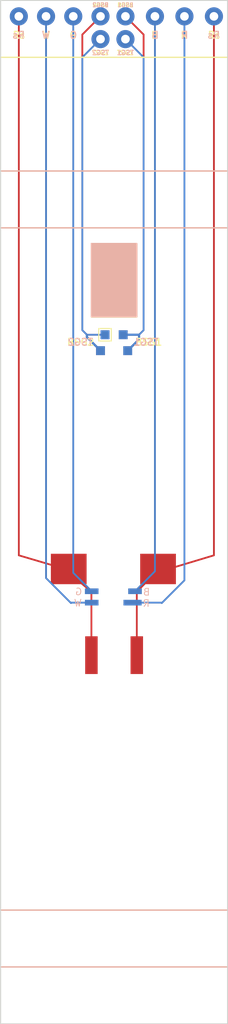
<source format=kicad_pcb>
(kicad_pcb (version 20240108) (generator "pcbnew") (generator_version "8.0")
  (layers (0 "F.Cu" signal) (31 "B.Cu" signal) (34 "B.Paste" user) (35 "F.Paste" user) (36 "B.SilkS" user "B.Silkscreen") (37 "F.SilkS" user "F.Silkscreen") (38 "B.Mask" user) (39 "F.Mask" user) (44 "Edge.Cuts" user))
  (net 0 "")
  (footprint "" (layer "F.Cu") (at 133.096 52.578)
    (property "Reference" "TSG2" (hide yes))
    (property "Value" "" (at 0 0 0) (layer "F.SilkS") (effects (font (size 1.27 1.27))))
    (pad "1" thru_hole circle (at 0 -12.7) (size 2.032 2.032) (drill 0.9652) (layers "*.Cu" "*.Mask"))
  )
  (footprint "" (layer "F.Cu") (at 145.796 39.878)
    (property "Reference" "" (at 0 0 0) (layer "F.SilkS") (effects (font (size 1.27 1.27))))
    (property "Value" "" (at 0 0 0) (layer "F.SilkS") (effects (font (size 1.27 1.27))))
    (pad "1" thru_hole circle (at 0 0) (size 2.032 2.032) (drill 0.9652) (layers "*.Cu" "*.Mask"))
  )
  (footprint "" (layer "F.Cu") (at 130.048 39.878)
    (property "Reference" "" (at 0 0 0) (layer "F.SilkS") (effects (font (size 1.27 1.27))))
    (property "Value" "" (at 0 0 0) (layer "F.SilkS") (effects (font (size 1.27 1.27))))
    (pad "1" thru_hole circle (at 0 0) (size 2.032 2.032) (drill 0.9652) (layers "*.Cu" "*.Mask"))
  )
  (footprint "" (layer "F.Cu") (at 136.144 77.216)
    (property "Reference" "" (at 0 0 0) (layer "F.SilkS") (effects (font (size 1.27 1.27))))
    (property "Value" "" (at 0 0 0) (layer "F.SilkS") (effects (font (size 1.27 1.27))))
    (pad "1" smd rect (at 0 0 180) (size 1 1) (layers "B.Cu" "B.Mask"))
  )
  (footprint "" (layer "F.Cu") (at 135.89 52.578)
    (property "Reference" "TSG2" (at -2.794 -8.636 0) (layer "F.SilkS") (effects (font (size 0.508 0.508) (thickness 0.127))))
    (property "Value" "" (at 0 0 0) (layer "F.SilkS") (effects (font (size 1.27 1.27))))
    (pad "1" thru_hole circle (at 0 -12.7) (size 2.032 2.032) (drill 0.9652) (layers "*.Cu" "*.Mask"))
  )
  (footprint "" (layer "F.Cu") (at 139.192 39.878)
    (property "Reference" "" (at 0 0 0) (layer "F.SilkS") (effects (font (size 1.27 1.27))))
    (property "Value" "" (at 0 0 0) (layer "F.SilkS") (effects (font (size 1.27 1.27))))
    (pad "1" thru_hole circle (at 0 0) (size 2.032 2.032) (drill 0.9652) (layers "*.Cu" "*.Mask"))
  )
  (footprint "Library:AEC-Q200" (layer "F.Cu") (at 134.62 107.95)
    (property "Reference" "" (at -1.27 2.54 0) (layer "F.SilkS") (effects (font (thickness 0.1))))
    (property "Value" "AEC-Q200" (hide yes))
    (pad "1" smd rect (at -5.08 -6.35 180) (size 4 3.4) (layers "F.Cu" "F.Mask"))
    (pad "2" smd rect (at 4.92 -6.35 180) (size 4 3.4) (layers "F.Cu" "F.Mask"))
  )
  (footprint "" (layer "F.Cu") (at 142.494 39.878)
    (property "Reference" "" (at 0 0 0) (layer "F.SilkS") (effects (font (size 1.27 1.27))))
    (property "Value" "" (at 0 0 0) (layer "F.SilkS") (effects (font (size 1.27 1.27))))
    (pad "1" thru_hole circle (at 0 0) (size 2.032 2.032) (drill 0.9652) (layers "*.Cu" "*.Mask"))
  )
  (footprint "" (layer "F.Cu") (at 127 39.878)
    (property "Reference" "" (at 0 0 0) (layer "F.SilkS") (effects (font (size 1.27 1.27))))
    (property "Value" "" (at 0 0 0) (layer "F.SilkS") (effects (font (size 1.27 1.27))))
    (pad "1" thru_hole circle (at 0 0) (size 2.032 2.032) (drill 0.9652) (layers "*.Cu" "*.Mask"))
  )
  (footprint "" (layer "F.Cu") (at 133.096 77.216)
    (property "Reference" "" (at 0 0 0) (layer "F.SilkS") (effects (font (size 1.27 1.27))))
    (property "Value" "" (at 0 0 0) (layer "F.SilkS") (effects (font (size 1.27 1.27))))
    (pad "1" smd rect (at 0 0) (size 1 1) (layers "F.Cu" "F.Mask"))
  )
  (footprint "" (layer "F.Cu") (at 133.096 77.216)
    (property "Reference" "" (at 0 0 0) (layer "F.SilkS") (effects (font (size 1.27 1.27))))
    (property "Value" "" (at 0 0 0) (layer "F.SilkS") (effects (font (size 1.27 1.27))))
    (pad "1" smd rect (at 0 0 180) (size 1 1) (layers "B.Cu" "B.Mask"))
  )
  (footprint "" (layer "F.Cu") (at 135.636 75.438)
    (property "Reference" "" (at 0 0 0) (layer "F.SilkS") (effects (font (size 1.27 1.27))))
    (property "Value" "" (at 0 0 0) (layer "F.SilkS") (effects (font (size 1.27 1.27))))
    (pad "1" smd rect (at 0 0) (size 1 1) (layers "F.Cu" "F.Mask"))
  )
  (footprint "TestPoint:TestPoint_Pad_1.0x1.0mm" (layer "F.Cu") (at 133.604 75.438)
    (property "Reference" "" (at 0 -1.448 0) (layer "F.SilkS"))
    (property "Value" "TestPoint_Pad_1.0x1.0mm" (hide yes))
    (fp_line (start -0.7 -0.7) (end 0.7 -0.7) (stroke (width 0.12)) (layer "F.SilkS"))
    (fp_line (start -0.7 0.7) (end -0.7 -0.7) (stroke (width 0.12)) (layer "F.SilkS"))
    (fp_line (start 0.7 -0.7) (end 0.7 0.7) (stroke (width 0.12)) (layer "F.SilkS"))
    (fp_line (start 0.7 0.7) (end -0.7 0.7) (stroke (width 0.12)) (layer "F.SilkS"))
    (pad "1" smd rect (at 0 0) (size 1 1) (layers "F.Cu" "F.Mask"))
  )
  (footprint "" (layer "F.Cu") (at 136.144 77.216)
    (property "Reference" "" (at 0 0 0) (layer "F.SilkS") (effects (font (size 1.27 1.27))))
    (property "Value" "" (at 0 0 0) (layer "F.SilkS") (effects (font (size 1.27 1.27))))
    (pad "1" smd rect (at 0 0) (size 1 1) (layers "F.Cu" "F.Mask"))
  )
  (footprint "" (layer "F.Cu") (at 135.636 75.438)
    (property "Reference" "" (at 0 0 0) (layer "F.SilkS") (effects (font (size 1.27 1.27))))
    (property "Value" "" (at 0 0 0) (layer "F.SilkS") (effects (font (size 1.27 1.27))))
    (pad "1" smd rect (at 0 0 180) (size 1 1) (layers "B.Cu" "B.Mask"))
  )
  (footprint "" (layer "F.Cu") (at 135.89 55.118)
    (property "Reference" "TSG1" (at 0 -11.176 0) (layer "F.SilkS") (effects (font (size 0.508 0.508) (thickness 0.127))))
    (property "Value" "" (at 0 0 0) (layer "F.SilkS") (effects (font (size 1.27 1.27))))
    (pad "1" thru_hole circle (at 0 -12.7) (size 2.032 2.032) (drill 0.9652) (layers "*.Cu" "*.Mask"))
  )
  (footprint "Library:PWR263S-35" (layer "F.Cu") (at 135.89 112.268)
    (property "Reference" "" (hide yes))
    (property "Value" "PWR263S-35" (hide yes))
    (pad "1" smd rect (at -3.81 -1.0414) (size 1.397 4.2164) (layers "F.Cu" "F.Mask"))
    (pad "2" smd rect (at 1.27 -1.0414) (size 1.397 4.2164) (layers "F.Cu" "F.Mask"))
  )
  (footprint "" (layer "F.Cu") (at 123.952 39.878)
    (property "Reference" "" (at 0 0 0) (layer "F.SilkS") (effects (font (size 1.27 1.27))))
    (property "Value" "" (at 0 0 0) (layer "F.SilkS") (effects (font (size 1.27 1.27))))
    (pad "1" thru_hole circle (at 0 0) (size 2.032 2.032) (drill 0.9652) (layers "*.Cu" "*.Mask"))
  )
  (footprint "" (layer "F.Cu") (at 133.096 55.118)
    (property "Reference" "BSG2" (at 0 -16.51 0) (layer "F.SilkS") (effects (font (size 0.4572 0.4572) (thickness 0.1143))))
    (property "Value" "" (at 0 0 0) (layer "F.SilkS") (effects (font (size 1.27 1.27))))
    (pad "1" thru_hole circle (at 0 -12.7) (size 2.032 2.032) (drill 0.9652) (layers "*.Cu" "*.Mask"))
  )
  (footprint "Library:72-60k" (layer "B.Cu") (at 132.873329 109.1692 180)
    (property "Reference" "" (at 0 0.5 0) (layer "B.SilkS") (effects (font (thickness 0.1)) (justify mirror)))
    (property "Value" "72-60k" (hide yes))
    (fp_text user "B" (at -5.826302 4.547467 0) (layer "B.SilkS") (effects (font (size 0.762 0.762) (thickness 0.1)) (justify left bottom mirror)))
    (fp_text user "G" (at 1.771741 4.581539 0) (layer "B.SilkS") (effects (font (size 0.762 0.762) (thickness 0.1)) (justify left bottom mirror)))
    (fp_text user "W" (at 1.805812 3.320877 0) (layer "B.SilkS") (effects (font (size 0.762 0.762) (thickness 0.1)) (justify left bottom mirror)))
    (fp_text user "R" (at -5.79223 3.286805 0) (layer "B.SilkS") (effects (font (size 0.762 0.762) (thickness 0.1)) (justify left bottom mirror)))
    (pad "1" smd rect (at -3.81 3.81) (size 2.032 0.635) (layers "B.Cu" "B.Mask"))
    (pad "2" smd rect (at -4.088633 5.08) (size 1.524 0.635) (layers "B.Cu" "B.Mask"))
    (pad "3" smd rect (at 0.762 5.08) (size 1.524 0.635) (layers "B.Cu" "B.Mask"))
    (pad "4" smd rect (at 0.762 3.81) (size 1.524 0.635) (layers "B.Cu" "B.Mask"))
  )
  (footprint "" (layer "B.Cu") (at 133.604 75.438 180)
    (property "Reference" "" (at 0 0 0) (layer "B.SilkS") (effects (font (size 1.27 1.27)) (justify mirror)))
    (property "Value" "" (at 0 0 0) (layer "B.SilkS") (effects (font (size 1.27 1.27)) (justify mirror)))
    (pad "1" smd rect (at 0 0 180) (size 1 1) (layers "B.Cu" "B.Mask"))
  )
  (gr_line (start 132.08 110.998) (end 132.08 104.14) (stroke (width 0.2)) (layer "F.Cu"))
  (gr_line (start 128.27 101.346) (end 123.952 100.076) (stroke (width 0.2)) (layer "F.Cu"))
  (gr_line (start 137.16 104.14) (end 138.176 103.124) (stroke (width 0.2)) (layer "F.Cu"))
  (gr_line (start 123.952 100.076) (end 123.952 39.878) (stroke (width 0.2)) (layer "F.Cu"))
  (gr_line (start 137.16 109.474) (end 137.16 104.14) (stroke (width 0.2)) (layer "F.Cu"))
  (gr_line (start 132.08 104.14) (end 130.556 102.87) (stroke (width 0.2)) (layer "F.Cu"))
  (gr_line (start 145.796 39.878) (end 145.796 100.076) (stroke (width 0.2)) (layer "F.Cu"))
  (gr_line (start 145.796 100.076) (end 140.716 101.6) (stroke (width 0.2)) (layer "F.Cu"))
  (gr_line (start 121.92 139.7) (end 147.32 139.7) (stroke (width 0.15)) (layer "B.SilkS"))
  (gr_rect (start 132.08 65.2526) (end 137.16 73.4314) (stroke (width 0.15)) (fill solid) (layer "B.SilkS"))
  (gr_line (start 121.92 146.05) (end 147.32 146.05) (stroke (width 0.15)) (layer "B.SilkS"))
  (gr_line (start 121.92 63.5) (end 147.32 63.5) (stroke (width 0.15)) (layer "B.SilkS"))
  (gr_line (start 121.92 57.15) (end 147.32 57.15) (stroke (width 0.15)) (layer "B.SilkS"))
  (gr_line (start 121.92 63.5) (end 147.32 63.5) (stroke (width 0.15)) (layer "F.SilkS"))
  (gr_line (start 121.92 146.05) (end 147.32 146.05) (stroke (width 0.15)) (layer "F.SilkS"))
  (gr_line (start 121.92 44.45) (end 147.32 44.45) (stroke (width 0.15)) (layer "F.SilkS"))
  (gr_line (start 121.92 57.15) (end 147.32 57.15) (stroke (width 0.15)) (layer "F.SilkS"))
  (gr_rect (start 132.08 65.278) (end 137.16 73.4568) (stroke (width 0.15)) (fill solid) (layer "F.SilkS"))
  (gr_line (start 121.92 139.7) (end 147.32 139.7) (stroke (width 0.15)) (layer "F.SilkS"))
  (gr_rect (start 121.92 38.1) (end 147.32 152.4) (stroke (width 0.1)) (fill none) (layer "Edge.Cuts"))
  (gr_text "TSG2" (at 132.334 76.708 0) (layer "B.SilkS") (effects (font (size 0.762 0.762)) (justify left bottom mirror)))
  (gr_text "G" (at 130.556 42.418 0) (layer "B.SilkS") (effects (font (size 0.762 0.762)) (justify left bottom mirror)))
  (gr_text "W" (at 127.508 42.418 0) (layer "B.SilkS") (effects (font (size 0.762 0.762)) (justify left bottom mirror)))
  (gr_text "TSG1" (at 139.7 76.708 0) (layer "B.SilkS") (effects (font (size 0.762 0.762)) (justify left bottom mirror)))
  (gr_text "BSG2" (at 133.096 38.608 0) (layer "B.SilkS") (effects (font (size 0.4572 0.4572) (thickness 0.1143)) (justify mirror)))
  (gr_text "Rs" (at 124.714 42.418 0) (layer "B.SilkS") (effects (font (size 0.762 0.762)) (justify left bottom mirror)))
  (gr_text "TSG2" (at 133.096 43.942 0) (layer "B.SilkS") (effects (font (size 0.508 0.508) (thickness 0.127)) (justify mirror)))
  (gr_text "Rs" (at 146.558 42.418 0) (layer "B.SilkS") (effects (font (size 0.762 0.762)) (justify left bottom mirror)))
  (gr_text "TSG1" (at 135.89 43.942 0) (layer "B.SilkS") (effects (font (size 0.508 0.508) (thickness 0.127)) (justify mirror)))
  (gr_text "BSG1" (at 135.89 38.608 0) (layer "B.SilkS") (effects (font (size 0.4572 0.4572) (thickness 0.09144) (bold yes)) (justify mirror)))
  (gr_text "B" (at 139.7 42.418 0) (layer "B.SilkS") (effects (font (size 0.762 0.762)) (justify left bottom mirror)))
  (gr_text "R" (at 143.002 42.418 0) (layer "B.SilkS") (effects (font (size 0.762 0.762)) (justify left bottom mirror)))
  (gr_text "BSG2" (at 129.286 76.708 0) (layer "F.SilkS") (effects (font (size 0.762 0.762)) (justify left bottom)))
  (gr_text "Rs" (at 123.19 42.418 0) (layer "F.SilkS") (effects (font (size 0.762 0.762)) (justify left bottom)))
  (gr_text "BSG1" (at 135.89 38.608 0) (layer "F.SilkS") (effects (font (size 0.4572 0.4572) (thickness 0.1143))))
  (gr_text "R" (at 141.986 42.418 0) (layer "F.SilkS") (effects (font (size 0.762 0.762)) (justify left bottom)))
  (gr_text "Rs" (at 145.034 42.418 0) (layer "F.SilkS") (effects (font (size 0.762 0.762)) (justify left bottom)))
  (gr_text "G" (at 129.54 42.418 0) (layer "F.SilkS") (effects (font (size 0.762 0.762)) (justify left bottom)))
  (gr_text "B" (at 138.684 42.418 0) (layer "F.SilkS") (effects (font (size 0.762 0.762)) (justify left bottom)))
  (gr_text "BSG1" (at 136.906 76.708 0) (layer "F.SilkS") (effects (font (size 0.762 0.762)) (justify left bottom)))
  (gr_text "W" (at 126.492 42.418 0) (layer "F.SilkS") (effects (font (size 0.762 0.762)) (justify left bottom)))
  (segment (start 133.096 39.878) (end 133.096 40.64) (width 0) (layer "F.Cu") (net 0))
  (segment (start 131.064 41.91) (end 131.064 74.93) (width 0.2032) (layer "F.Cu") (net 0))
  (segment (start 137.414 75.438) (end 135.636 75.438) (width 0.2032) (layer "F.Cu") (net 0))
  (segment (start 131.572 75.438) (end 133.604 75.438) (width 0.2032) (layer "F.Cu") (net 0))
  (segment (start 137.922 74.93) (end 137.414 75.438) (width 0.2032) (layer "F.Cu") (net 0))
  (segment (start 135.89 39.878) (end 137.922 41.91) (width 0.2032) (layer "F.Cu") (net 0))
  (segment (start 137.414 75.946) (end 137.414 75.438) (width 0.25) (layer "F.Cu") (net 0))
  (segment (start 131.572 75.692) (end 131.572 75.438) (width 0.25) (layer "F.Cu") (net 0))
  (segment (start 137.922 41.91) (end 137.922 74.93) (width 0.2032) (layer "F.Cu") (net 0))
  (segment (start 136.144 77.216) (end 137.414 75.946) (width 0.25) (layer "F.Cu") (net 0))
  (segment (start 133.096 39.878) (end 131.064 41.91) (width 0.2032) (layer "F.Cu") (net 0))
  (segment (start 133.096 77.216) (end 131.572 75.692) (width 0.25) (layer "F.Cu") (net 0))
  (segment (start 131.064 74.93) (end 131.572 75.438) (width 0.2032) (layer "F.Cu") (net 0))
  (segment (start 131.064 74.93) (end 131.572 75.438) (width 0.2032) (layer "B.Cu") (net 0))
  (segment (start 129.8448 105.3592) (end 132.111329 105.3592) (width 0.2032) (layer "B.Cu") (net 0))
  (segment (start 131.064 44.45) (end 131.064 74.93) (width 0.2032) (layer "B.Cu") (net 0))
  (segment (start 142.494 102.87) (end 139.954 105.41) (width 0.2032) (layer "B.Cu") (net 0))
  (segment (start 137.922 74.93) (end 137.414 75.438) (width 0.2032) (layer "B.Cu") (net 0))
  (segment (start 127 39.878) (end 127 102.616) (width 0.2032) (layer "B.Cu") (net 0))
  (segment (start 136.144 77.216) (end 137.414 75.946) (width 0.25) (layer "B.Cu") (net 0))
  (segment (start 133.096 42.418) (end 131.064 44.45) (width 0.2032) (layer "B.Cu") (net 0))
  (segment (start 142.494 39.878) (end 142.494 102.87) (width 0.2032) (layer "B.Cu") (net 0))
  (segment (start 135.636 75.438) (end 137.414 75.438) (width 0.25) (layer "B.Cu") (net 0))
  (segment (start 139.9032 105.3592) (end 136.683329 105.3592) (width 0.2032) (layer "B.Cu") (net 0))
  (segment (start 137.922 44.45) (end 137.922 74.93) (width 0.2032) (layer "B.Cu") (net 0))
  (segment (start 139.192 101.859162) (end 136.961962 104.0892) (width 0.2032) (layer "B.Cu") (net 0))
  (segment (start 131.572 75.692) (end 131.572 75.438) (width 0.25) (layer "B.Cu") (net 0))
  (segment (start 130.048 39.878) (end 130.048 102.025871) (width 0.2032) (layer "B.Cu") (net 0))
  (segment (start 129.794 105.41) (end 129.8448 105.3592) (width 0) (layer "B.Cu") (net 0))
  (segment (start 139.192 39.878) (end 139.192 101.859162) (width 0.2032) (layer "B.Cu") (net 0))
  (segment (start 135.89 42.418) (end 137.922 44.45) (width 0.2032) (layer "B.Cu") (net 0))
  (segment (start 130.048 102.025871) (end 132.111329 104.0892) (width 0.2032) (layer "B.Cu") (net 0))
  (segment (start 127 102.616) (end 129.794 105.41) (width 0.2032) (layer "B.Cu") (net 0))
  (segment (start 137.414 75.946) (end 137.414 75.438) (width 0.25) (layer "B.Cu") (net 0))
  (segment (start 131.572 75.438) (end 133.604 75.438) (width 0.2032) (layer "B.Cu") (net 0))
  (segment (start 139.954 105.41) (end 139.9032 105.3592) (width 0) (layer "B.Cu") (net 0))
  (segment (start 133.096 77.216) (end 131.572 75.692) (width 0.25) (layer "B.Cu") (net 0))
)
</source>
